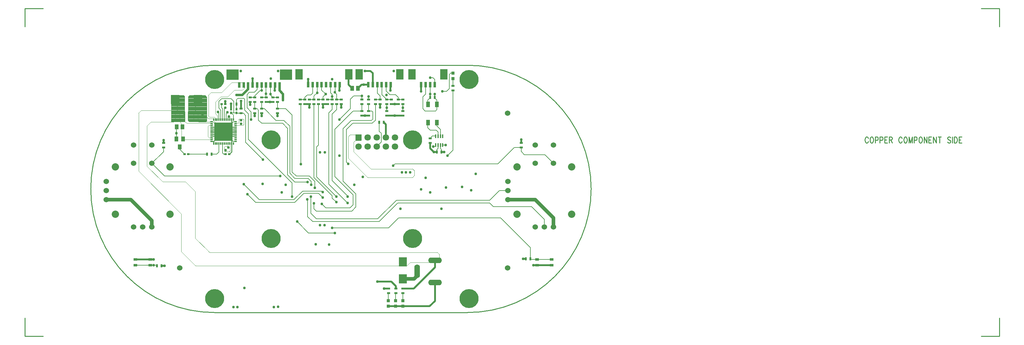
<source format=gbr>
*
*
G04 PADS 9.4.1 Build Number: 494907 generated Gerber (RS-274-X) file*
G04 PC Version=2.1*
*
%IN "JOG.pcb"*%
*
%MOIN*%
*
%FSLAX35Y35*%
*
*
*
*
G04 PC Standard Apertures*
*
*
G04 Thermal Relief Aperture macro.*
%AMTER*
1,1,$1,0,0*
1,0,$1-$2,0,0*
21,0,$3,$4,0,0,45*
21,0,$3,$4,0,0,135*
%
*
*
G04 Annular Aperture macro.*
%AMANN*
1,1,$1,0,0*
1,0,$2,0,0*
%
*
*
G04 Odd Aperture macro.*
%AMODD*
1,1,$1,0,0*
1,0,$1-0.005,0,0*
%
*
*
G04 PC Custom Aperture Macros*
*
*
*
*
*
*
G04 PC Aperture Table*
*
%ADD010C,0.001*%
%ADD011C,0.004*%
%ADD012C,0.01*%
%ADD022C,0.008*%
%ADD025R,0.035X0.024*%
%ADD026R,0.024X0.035*%
%ADD027R,0.094X0.102*%
%ADD028R,0.04331X0.05709*%
%ADD029R,0.03937X0.05512*%
%ADD030R,0.08583X0.09921*%
%ADD031R,0.032X0.032*%
%ADD032R,0.03937X0.05906*%
%ADD033C,0.06*%
%ADD034C,0.08*%
%ADD035R,0.02756X0.06299*%
%ADD036R,0.08268X0.11811*%
%ADD037R,0.13386X0.11811*%
%ADD038O,0.14961X0.06299*%
%ADD039O,0.06299X0.14961*%
%ADD040R,0.025X0.02*%
%ADD041R,0.02X0.025*%
%ADD042R,0.03937X0.0315*%
%ADD043R,0.07087X0.07087*%
%ADD044C,0.07087*%
%ADD045C,0.20866*%
%ADD046R,0.02756X0.01181*%
%ADD047R,0.01181X0.02756*%
%ADD048R,0.20079X0.20079*%
%ADD049R,0.01772X0.04134*%
%ADD050R,0.02X0.02*%
%ADD051C,0.02*%
%ADD052C,0.00827*%
%ADD053C,0.04*%
%ADD054C,0.025*%
%ADD055C,0.02953*%
*
*
*
*
G04 PC Circuitry*
G04 Layer Name JOG.pcb - circuitry*
%LPD*%
*
*
G04 PC Custom Flashes*
G04 Layer Name JOG.pcb - flashes*
%LPD*%
*
*
G04 PC Circuitry*
G04 Layer Name JOG.pcb - circuitry*
%LPD*%
*
G54D10*
G54D11*
G01X1644800Y1656483D02*
X1644450Y1656833D01*
Y1683417*
X1645708Y1684675*
X1662917*
X1664738Y1682855*
X1664738D02*
Y1656583D01*
X1664738D02*
X1663886Y1655731D01*
X1645583*
X1645098Y1656216*
X1644800*
Y1656483*
X1625700Y1684800D02*
X1639417D01*
X1640550Y1683667*
Y1655700*
X1625700*
Y1684800*
X1644450Y1682730D02*
X1664738D01*
X1644450Y1682370D02*
X1664738D01*
X1644450Y1682010D02*
X1664738D01*
X1644450Y1681650D02*
X1664738D01*
X1644450Y1681290D02*
X1664738D01*
X1644450Y1680930D02*
X1664738D01*
X1644450Y1680570D02*
X1664738D01*
X1644450Y1680210D02*
X1664738D01*
X1644450Y1679850D02*
X1664738D01*
X1644450Y1679490D02*
X1664738D01*
X1644450Y1679130D02*
X1664738D01*
X1644450Y1678770D02*
X1664738D01*
X1644450Y1678410D02*
X1664738D01*
X1644450Y1678050D02*
X1664738D01*
X1644450Y1677690D02*
X1664738D01*
X1644450Y1677330D02*
X1664738D01*
X1644450Y1676970D02*
X1664738D01*
X1644450Y1676610D02*
X1664738D01*
X1644450Y1676250D02*
X1664738D01*
X1644450Y1675890D02*
X1664738D01*
X1644450Y1675530D02*
X1664738D01*
X1644450Y1675170D02*
X1664738D01*
X1644450Y1674810D02*
X1664738D01*
X1644450Y1674450D02*
X1664738D01*
X1644450Y1674090D02*
X1664738D01*
X1644450Y1673730D02*
X1664738D01*
X1644450Y1673370D02*
X1664738D01*
X1644450Y1673010D02*
X1664738D01*
X1644450Y1672650D02*
X1664738D01*
X1644450Y1672290D02*
X1664738D01*
X1644450Y1671930D02*
X1664738D01*
X1644450Y1671570D02*
X1664738D01*
X1644450Y1671210D02*
X1664738D01*
X1644450Y1670850D02*
X1664738D01*
X1644450Y1670490D02*
X1664738D01*
X1644450Y1670130D02*
X1664738D01*
X1644450Y1669770D02*
X1664738D01*
X1644450Y1669410D02*
X1664738D01*
X1644450Y1669050D02*
X1664738D01*
X1644450Y1668690D02*
X1664738D01*
X1644450Y1668330D02*
X1664738D01*
X1644450Y1667970D02*
X1664738D01*
X1644450Y1667610D02*
X1664738D01*
X1644450Y1667250D02*
X1664738D01*
X1644450Y1666890D02*
X1664738D01*
X1644450Y1666530D02*
X1664738D01*
X1644450Y1666170D02*
X1664738D01*
X1644450Y1665810D02*
X1664738D01*
X1644450Y1665450D02*
X1664738D01*
X1644450Y1665090D02*
X1664738D01*
X1644450Y1664730D02*
X1664738D01*
X1644450Y1664370D02*
X1664738D01*
X1644450Y1664010D02*
X1664738D01*
X1644450Y1663650D02*
X1664738D01*
X1644450Y1663290D02*
X1664738D01*
X1644450Y1662930D02*
X1664738D01*
X1644450Y1662570D02*
X1664738D01*
X1644450Y1662210D02*
X1664738D01*
X1644450Y1661850D02*
X1664738D01*
X1644450Y1661490D02*
X1664738D01*
X1644450Y1661130D02*
X1664738D01*
X1644450Y1660770D02*
X1664738D01*
X1644450Y1660410D02*
X1664738D01*
X1644450Y1660050D02*
X1664738D01*
X1644450Y1659690D02*
X1664738D01*
X1644450Y1659330D02*
X1664738D01*
X1644450Y1658970D02*
X1664738D01*
X1644450Y1658610D02*
X1664738D01*
X1644450Y1658250D02*
X1664738D01*
X1644450Y1657890D02*
X1664738D01*
X1644450Y1657530D02*
X1664738D01*
X1644450Y1657170D02*
X1664738D01*
X1644473Y1656810D02*
X1664738D01*
X1644800Y1656450D02*
X1664605D01*
X1644450Y1683090D02*
X1664502D01*
X1645224Y1656090D02*
X1664245D01*
X1644483Y1683450D02*
X1664142D01*
X1644843Y1683810D02*
X1663782D01*
X1645203Y1684170D02*
X1663422D01*
X1645563Y1684530D02*
X1663062D01*
X1625700Y1683419D02*
X1640550D01*
X1625700Y1683059D02*
X1640550D01*
X1625700Y1682699D02*
X1640550D01*
X1625700Y1682339D02*
X1640550D01*
X1625700Y1681979D02*
X1640550D01*
X1625700Y1681619D02*
X1640550D01*
X1625700Y1681259D02*
X1640550D01*
X1625700Y1680899D02*
X1640550D01*
X1625700Y1680539D02*
X1640550D01*
X1625700Y1680179D02*
X1640550D01*
X1625700Y1679819D02*
X1640550D01*
X1625700Y1679459D02*
X1640550D01*
X1625700Y1679099D02*
X1640550D01*
X1625700Y1678739D02*
X1640550D01*
X1625700Y1678379D02*
X1640550D01*
X1625700Y1678019D02*
X1640550D01*
X1625700Y1677659D02*
X1640550D01*
X1625700Y1677299D02*
X1640550D01*
X1625700Y1676939D02*
X1640550D01*
X1625700Y1676579D02*
X1640550D01*
X1625700Y1676219D02*
X1640550D01*
X1625700Y1675859D02*
X1640550D01*
X1625700Y1675499D02*
X1640550D01*
X1625700Y1675139D02*
X1640550D01*
X1625700Y1674779D02*
X1640550D01*
X1625700Y1674419D02*
X1640550D01*
X1625700Y1674059D02*
X1640550D01*
X1625700Y1673699D02*
X1640550D01*
X1625700Y1673339D02*
X1640550D01*
X1625700Y1672979D02*
X1640550D01*
X1625700Y1672619D02*
X1640550D01*
X1625700Y1672259D02*
X1640550D01*
X1625700Y1671899D02*
X1640550D01*
X1625700Y1671539D02*
X1640550D01*
X1625700Y1671179D02*
X1640550D01*
X1625700Y1670819D02*
X1640550D01*
X1625700Y1670459D02*
X1640550D01*
X1625700Y1670099D02*
X1640550D01*
X1625700Y1669739D02*
X1640550D01*
X1625700Y1669379D02*
X1640550D01*
X1625700Y1669019D02*
X1640550D01*
X1625700Y1668659D02*
X1640550D01*
X1625700Y1668299D02*
X1640550D01*
X1625700Y1667939D02*
X1640550D01*
X1625700Y1667579D02*
X1640550D01*
X1625700Y1667219D02*
X1640550D01*
X1625700Y1666859D02*
X1640550D01*
X1625700Y1666499D02*
X1640550D01*
X1625700Y1666139D02*
X1640550D01*
X1625700Y1665779D02*
X1640550D01*
X1625700Y1665419D02*
X1640550D01*
X1625700Y1665059D02*
X1640550D01*
X1625700Y1664699D02*
X1640550D01*
X1625700Y1664339D02*
X1640550D01*
X1625700Y1663979D02*
X1640550D01*
X1625700Y1663619D02*
X1640550D01*
X1625700Y1663259D02*
X1640550D01*
X1625700Y1662899D02*
X1640550D01*
X1625700Y1662539D02*
X1640550D01*
X1625700Y1662179D02*
X1640550D01*
X1625700Y1661819D02*
X1640550D01*
X1625700Y1661459D02*
X1640550D01*
X1625700Y1661099D02*
X1640550D01*
X1625700Y1660739D02*
X1640550D01*
X1625700Y1660379D02*
X1640550D01*
X1625700Y1660019D02*
X1640550D01*
X1625700Y1659659D02*
X1640550D01*
X1625700Y1659299D02*
X1640550D01*
X1625700Y1658939D02*
X1640550D01*
X1625700Y1658579D02*
X1640550D01*
X1625700Y1658219D02*
X1640550D01*
X1625700Y1657859D02*
X1640550D01*
X1625700Y1657499D02*
X1640550D01*
X1625700Y1657139D02*
X1640550D01*
X1625700Y1656779D02*
X1640550D01*
X1625700Y1656419D02*
X1640550D01*
X1625700Y1656059D02*
X1640550D01*
X1625700Y1683779D02*
X1640438D01*
X1625700Y1684139D02*
X1640078D01*
X1625700Y1684499D02*
X1639718D01*
X1670800Y1651900D02*
Y1653813D01*
G75*
G03X1670600Y1654013I-200J-0D01*
G01X1668543*
X1668271Y1654045D02*
G03X1668543Y1654013I272J1152D01*
G01X1668271Y1654045D02*
G03X1668225Y1654050I-46J-195D01*
G01X1642667*
X1640800Y1655917*
Y1665600*
G03X1640600Y1665800I-200J0*
G01X1635400*
G03X1635200Y1665600I0J-200*
G01Y1655666*
G03X1635259Y1655524I200J-0*
G01X1637200Y1653583*
Y1636666*
G03X1637259Y1636524I200J-0*
G01X1637524Y1636259*
G03X1637666Y1636200I142J141*
G01X1670600*
G03X1670800Y1636400I0J200*
G01Y1637975*
G03X1670600Y1638175I-200J0*
G01X1667292*
X1666050Y1639417*
Y1650833*
X1666917Y1651700*
X1670600*
G03X1670800Y1651900I0J200*
G01X1650300Y1657416D02*
Y1665362D01*
G03X1650167Y1665550I-200J-0*
G01X1649476Y1666241*
G03X1649334Y1666300I-142J-141*
G01X1644275*
G03X1644075Y1666100I0J-200*
G01Y1657291*
G03X1644134Y1657149I200J-0*
G01X1645024Y1656259*
G03X1645166Y1656200I142J141*
G01X1649084*
G03X1649226Y1656259I0J200*
G01X1650241Y1657274*
G03X1650300Y1657416I-141J142*
G01X1705300Y1652666D02*
Y1657834D01*
G03X1705241Y1657976I-200J0*
G01X1704476Y1658741*
G03X1704334Y1658800I-142J-141*
G01X1700666*
G03X1700524Y1658741I-0J-200*
G01X1700009Y1658226*
G03X1699950Y1658084I141J-142*
G01Y1654917*
X1699208Y1654175*
X1698327*
G03X1698233Y1654152I0J-200*
G01X1697677Y1654013D02*
G03X1698233Y1654152I0J1184D01*
G01X1697677Y1654013D02*
X1695400D01*
G03X1695200Y1653813I0J-200*
G01Y1651900*
G03X1695400Y1651700I200J0*
G01X1704334*
G03X1704476Y1651759I0J200*
G01X1705241Y1652524*
G03X1705300Y1652666I-141J142*
G01X1690284Y1623650D02*
Y1629901D01*
G03X1690271Y1629972I-200J0*
G01X1690194Y1630394D02*
G03X1690271Y1629972I1184J-0D01*
G01X1690194Y1630394D02*
Y1632600D01*
G03X1689994Y1632800I-200J0*
G01X1688119*
G03X1687919Y1632600I-0J-200*
G01Y1629698*
X1687083Y1628862*
X1687083D02*
X1685103D01*
X1685103D02*
G03X1684962Y1628804I0J-200D01*
G01X1684134Y1627976*
G03X1684075Y1627834I141J-142*
G01Y1623541*
G03X1684134Y1623399I200J-0*
G01X1684524Y1623009*
G03X1684666Y1622950I142J141*
G01X1689584*
G03X1689726Y1623009I0J200*
G01X1690226Y1623509*
G03X1690284Y1623650I-142J141*
G01X1892613Y1596666D02*
Y1602147D01*
X1892613D02*
G03X1892554Y1602288I-200J-0D01*
G01X1890976Y1603866*
G03X1890834Y1603925I-142J-141*
G01X1845042*
X1826050Y1622917*
Y1633333*
X1827917Y1635200*
X1834100*
G03X1834300Y1635400I0J200*
G01Y1641389*
G03X1834100Y1641589I-200J0*
G01X1822377*
G03X1822235Y1641530I-0J-200*
G01X1820180Y1639476*
G03X1820122Y1639334I142J-142*
G01Y1616088*
G03X1820180Y1615946I200J-0*
G01X1841524Y1594602*
G03X1841666Y1594544I142J142*
G01X1890491*
G03X1890632Y1594602I-0J200*
G01X1892554Y1596524*
G03X1892613Y1596666I-141J142*
G01X1919982Y1501899D02*
Y1510017D01*
G03X1919924Y1510158I-200J-0*
G01X1917976Y1512106*
G03X1917834Y1512165I-142J-141*
G01X1667782*
X1666223Y1513723*
X1652029Y1527917*
Y1579064*
G03X1651971Y1579205I-200J-0*
G01X1641476Y1589700*
G03X1641334Y1589759I-142J-141*
G01X1616376*
X1599218Y1606917*
Y1651165*
X1603417Y1655364*
X1628170*
G03X1628312Y1655423I0J200*
G01X1629913Y1657024*
G03X1629972Y1657166I-141J142*
G01Y1667506*
G03X1629913Y1667648I-200J0*
G01X1629476Y1668085*
G03X1629334Y1668144I-142J-141*
G01X1592822*
G03X1592681Y1668085I-0J-200*
G01X1590071Y1665476*
G03X1590012Y1665334I141J-142*
G01X1590012D02*
Y1601478D01*
X1590012D02*
G03X1590071Y1601337I200J0D01*
G01X1636825Y1554583*
Y1513291*
G03X1636884Y1513149I200J-0*
G01X1652524Y1497509*
G03X1652666Y1497450I142J141*
G01X1884084*
G03X1884226Y1497509I0J200*
G01X1887917Y1501200*
X1919600*
G03X1919800Y1501400I0J200*
G01Y1501700*
G03X1919982Y1501899I-18J199*
G01X1674226Y1654509D02*
G03Y1654791I-142J141D01*
G01X1673440Y1655578*
G03X1673351Y1655629I-142J-142*
G01X1672477Y1656772D02*
G03X1673351Y1655629I1184J-0D01*
G01X1672477Y1656772D02*
Y1658850D01*
G03X1672277Y1659050I-200J0*
G01X1666667*
X1664800Y1660917*
Y1664834*
G03X1664741Y1664976I-200J0*
G01X1663976Y1665741*
G03X1663834Y1665800I-142J-141*
G01X1655150*
G03X1654950Y1665600I0J-200*
G01Y1656416*
G03X1655009Y1656274I200J-0*
G01X1655724Y1655559*
G03X1655866Y1655500I142J141*
G01X1668043*
G03X1668116Y1655514I0J200*
G01X1668543Y1655593D02*
G03X1668116Y1655514I0J-1184D01*
G01X1668543Y1655593D02*
X1671299D01*
X1672458Y1654652D02*
G03X1671299Y1655593I-1159J-243D01*
G01X1672458Y1654652D02*
G03X1672510Y1654554I196J41D01*
G01X1673036Y1654011*
G03X1673179Y1653950I143J139*
G01X1673584*
G03X1673726Y1654009I0J200*
G01X1674226Y1654509*
X1706300Y1693166D02*
Y1698631D01*
G03X1706100Y1698831I-200J0*
G01X1692134*
G03X1691993Y1698773I0J-200*
G01X1681083Y1687863*
X1681083D02*
X1669603D01*
X1669603D02*
G03X1669462Y1687804I0J-200D01*
G01X1666634Y1684976*
G03X1666575Y1684834I141J-142*
G01Y1662041*
G03X1666634Y1661899I200J-0*
G01X1667524Y1661009*
G03X1667666Y1660950I142J141*
G01X1673333*
X1674200Y1660083*
Y1657400*
G03X1674400Y1657200I200J0*
G01X1676131*
G03X1676331Y1657400I0J200*
G01Y1662366*
G03X1676273Y1662507I-200J-0*
G01X1674362Y1664417*
X1674362D02*
Y1666139D01*
X1674362D02*
G03X1674361Y1666164I-200J-0D01*
G01Y1666836D02*
G03Y1666164I2639J-336D01*
G01Y1666836D02*
G03X1674362Y1666861I-199J25D01*
G01X1674362D02*
Y1677520D01*
X1674362D02*
X1679917Y1683075D01*
X1687459*
G03X1687601Y1683134I0J200*
G01X1694917Y1690450*
X1703584*
G03X1703726Y1690509I0J200*
G01X1706241Y1693024*
G03X1706300Y1693166I-141J142*
G54D12*
G01X2390909Y1637500D02*
X2390682Y1638125D01*
X2390227Y1638750*
X2389773Y1639063*
X2389773D02*
X2388864D01*
X2388864D02*
X2388409Y1638750D01*
X2387955Y1638125*
X2387727Y1637500*
X2387500Y1636563*
X2387500D02*
Y1635000D01*
X2387727Y1634063*
X2387727D02*
X2387955Y1633438D01*
X2387955D02*
X2388409Y1632813D01*
X2388409D02*
X2388864Y1632500D01*
X2389773*
X2390227Y1632813*
X2390227D02*
X2390682Y1633438D01*
X2390682D02*
X2390909Y1634063D01*
X2394318Y1639063D02*
X2393864Y1638750D01*
X2393409Y1638125*
X2393182Y1637500*
X2392955Y1636563*
X2392955D02*
Y1635000D01*
X2393182Y1634063*
X2393182D02*
X2393409Y1633438D01*
X2393409D02*
X2393864Y1632813D01*
X2393864D02*
X2394318Y1632500D01*
X2395227*
X2395682Y1632813*
X2395682D02*
X2396136Y1633438D01*
X2396136D02*
X2396364Y1634063D01*
X2396364D02*
X2396591Y1635000D01*
Y1636563*
X2396591D02*
X2396364Y1637500D01*
X2396136Y1638125*
X2395682Y1638750*
X2395227Y1639063*
X2395227D02*
X2394318D01*
X2398636D02*
Y1632500D01*
Y1639063D02*
X2400682D01*
X2400682D02*
X2401364Y1638750D01*
X2401591Y1638438*
X2401591D02*
X2401818Y1637813D01*
X2401818D02*
Y1636875D01*
X2401591Y1636250*
X2401364Y1635938*
X2401364D02*
X2400682Y1635625D01*
X2398636*
X2403864Y1639063D02*
Y1632500D01*
Y1639063D02*
X2405909D01*
X2405909D02*
X2406591Y1638750D01*
X2406818Y1638438*
X2406818D02*
X2407045Y1637813D01*
X2407045D02*
Y1636875D01*
X2406818Y1636250*
X2406591Y1635938*
X2406591D02*
X2405909Y1635625D01*
X2403864*
X2409091Y1639063D02*
Y1632500D01*
Y1639063D02*
X2412045D01*
X2409091Y1635938D02*
X2410909D01*
X2409091Y1632500D02*
X2412045D01*
X2414091Y1639063D02*
Y1632500D01*
Y1639063D02*
X2416136D01*
X2416136D02*
X2416818Y1638750D01*
X2417045Y1638438*
X2417045D02*
X2417273Y1637813D01*
X2417273D02*
Y1637188D01*
X2417273D02*
X2417045Y1636563D01*
X2417045D02*
X2416818Y1636250D01*
X2416136Y1635938*
X2416136D02*
X2414091D01*
X2415682D02*
X2417273Y1632500D01*
X2427955Y1637500D02*
X2427727Y1638125D01*
X2427273Y1638750*
X2426818Y1639063*
X2426818D02*
X2425909D01*
X2425909D02*
X2425455Y1638750D01*
X2425000Y1638125*
X2424773Y1637500*
X2424545Y1636563*
X2424545D02*
Y1635000D01*
X2424773Y1634063*
X2424773D02*
X2425000Y1633438D01*
X2425000D02*
X2425455Y1632813D01*
X2425455D02*
X2425909Y1632500D01*
X2426818*
X2427273Y1632813*
X2427273D02*
X2427727Y1633438D01*
X2427727D02*
X2427955Y1634063D01*
X2431364Y1639063D02*
X2430909Y1638750D01*
X2430455Y1638125*
X2430227Y1637500*
X2430000Y1636563*
X2430000D02*
Y1635000D01*
X2430227Y1634063*
X2430227D02*
X2430455Y1633438D01*
X2430455D02*
X2430909Y1632813D01*
X2430909D02*
X2431364Y1632500D01*
X2432273*
X2432727Y1632813*
X2432727D02*
X2433182Y1633438D01*
X2433182D02*
X2433409Y1634063D01*
X2433409D02*
X2433636Y1635000D01*
Y1636563*
X2433636D02*
X2433409Y1637500D01*
X2433182Y1638125*
X2432727Y1638750*
X2432273Y1639063*
X2432273D02*
X2431364D01*
X2435682D02*
Y1632500D01*
Y1639063D02*
X2437500Y1632500D01*
X2439318Y1639063D02*
X2437500Y1632500D01*
X2439318Y1639063D02*
Y1632500D01*
X2441364Y1639063D02*
Y1632500D01*
Y1639063D02*
X2443409D01*
X2443409D02*
X2444091Y1638750D01*
X2444318Y1638438*
X2444318D02*
X2444545Y1637813D01*
X2444545D02*
Y1636875D01*
X2444318Y1636250*
X2444091Y1635938*
X2444091D02*
X2443409Y1635625D01*
X2441364*
X2447955Y1639063D02*
X2447500Y1638750D01*
X2447045Y1638125*
X2446818Y1637500*
X2446591Y1636563*
X2446591D02*
Y1635000D01*
X2446818Y1634063*
X2446818D02*
X2447045Y1633438D01*
X2447045D02*
X2447500Y1632813D01*
X2447500D02*
X2447955Y1632500D01*
X2448864*
X2449318Y1632813*
X2449318D02*
X2449773Y1633438D01*
X2449773D02*
X2450000Y1634063D01*
X2450000D02*
X2450227Y1635000D01*
Y1636563*
X2450227D02*
X2450000Y1637500D01*
X2449773Y1638125*
X2449318Y1638750*
X2448864Y1639063*
X2448864D02*
X2447955D01*
X2452273D02*
Y1632500D01*
Y1639063D02*
X2455455Y1632500D01*
Y1639063D02*
Y1632500D01*
X2457500Y1639063D02*
Y1632500D01*
Y1639063D02*
X2460455D01*
X2457500Y1635938D02*
X2459318D01*
X2457500Y1632500D02*
X2460455D01*
X2462500Y1639063D02*
Y1632500D01*
Y1639063D02*
X2465682Y1632500D01*
Y1639063D02*
Y1632500D01*
X2469318Y1639063D02*
Y1632500D01*
X2467727Y1639063D02*
X2470909D01*
X2481364Y1638125D02*
X2480909Y1638750D01*
X2480227Y1639063*
X2480227D02*
X2479318D01*
X2479318D02*
X2478636Y1638750D01*
X2478182Y1638125*
Y1637500*
X2478409Y1636875*
X2478636Y1636563*
X2478636D02*
X2479091Y1636250D01*
X2480455Y1635625*
X2480909Y1635313*
X2480909D02*
X2481136Y1635000D01*
X2481364Y1634375*
Y1633438*
X2481364D02*
X2480909Y1632813D01*
X2480909D02*
X2480227Y1632500D01*
X2479318*
X2478636Y1632813*
X2478636D02*
X2478182Y1633438D01*
X2483409Y1639063D02*
Y1632500D01*
X2485455Y1639063D02*
Y1632500D01*
Y1639063D02*
X2487045D01*
X2487045D02*
X2487727Y1638750D01*
X2488182Y1638125*
X2488409Y1637500*
X2488636Y1636563*
X2488636D02*
Y1635000D01*
X2488409Y1634063*
X2488409D02*
X2488182Y1633438D01*
X2488182D02*
X2487727Y1632813D01*
X2487727D02*
X2487045Y1632500D01*
X2485455*
X2490682Y1639063D02*
Y1632500D01*
Y1639063D02*
X2493636D01*
X2490682Y1635938D02*
X2492500D01*
X2490682Y1632500D02*
X2493636D01*
X1672283Y1634134D02*
X1674800Y1636650D01*
Y1640039*
X1691969Y1631772D02*
Y1636000D01*
X1672283Y1631772D02*
Y1634134D01*
X1669921*
X1689469Y1620000D02*
X1691969Y1622500D01*
Y1631772*
X1696299Y1640039D02*
X1691969D01*
Y1636000*
X1696299Y1649882D02*
X1691969D01*
Y1653787*
X1683110Y1649882D02*
X1691969D01*
Y1640039D02*
X1683110D01*
Y1640500*
X1674800Y1640039D02*
X1683110D01*
Y1643976D02*
Y1642008D01*
X1696299*
X1683110Y1644961D02*
Y1643976D01*
X1696299*
X1683110Y1640500D02*
Y1642008D01*
Y1645945D02*
X1696299D01*
X1683110Y1649882D02*
X1674171D01*
Y1653900*
X1683110Y1649500D02*
Y1649882D01*
Y1645945D02*
Y1647913D01*
Y1649500*
Y1647913D02*
X1696299D01*
X1683110Y1644961D02*
Y1645945D01*
X1669921Y1640039D02*
X1674800D01*
X1669921Y1642008D02*
X1683110D01*
X1669921Y1643976D02*
X1683110D01*
X1669921Y1645945D02*
X1683110D01*
X1669921Y1647913D02*
X1683110D01*
X1669921Y1649882D02*
X1674171D01*
X1691969Y1658150D02*
Y1653787D01*
X1673001Y1446142D02*
X1950955D01*
G03Y1717795I0J135827*
G01X1673001*
X1672971D02*
G03Y1446142I237J-135826D01*
G01X1465000Y1440000D02*
Y1420000D01*
X1485000*
Y1780000D02*
X1465000D01*
Y1760000*
X2535000D02*
Y1780000D01*
X2515000*
Y1420000D02*
X2535000D01*
Y1440000*
G54D22*
X1691969Y1636000D02*
X1693835Y1634134D01*
X1696299*
X1691969Y1653787D02*
X1693969Y1655787D01*
X1696299*
G54D25*
X1742500Y1665020D03*
Y1669980D03*
X1702500Y1665020D03*
Y1669980D03*
X1725000Y1665020D03*
Y1669980D03*
X1717500Y1665020D03*
Y1669980D03*
X1880000Y1662520D03*
Y1667480D03*
X1862500Y1662520D03*
Y1667480D03*
X1797500Y1675020D03*
Y1679980D03*
X1807500Y1675020D03*
Y1679980D03*
X1772500Y1675020D03*
Y1679980D03*
X1712500Y1677520D03*
Y1682480D03*
X1717500D03*
Y1677520D03*
X1767500Y1675020D03*
Y1679980D03*
X1792500Y1675020D03*
Y1679980D03*
X1787500Y1675020D03*
Y1679980D03*
X1875000Y1675020D03*
Y1679980D03*
X1880000D03*
Y1675020D03*
X1737500Y1677520D03*
Y1682480D03*
X1867500Y1675020D03*
Y1679980D03*
X1862500D03*
Y1675020D03*
X1855000D03*
Y1679980D03*
X1835000D03*
Y1675020D03*
X1850000Y1679980D03*
Y1675020D03*
X1842500Y1679980D03*
Y1675020D03*
X1835000Y1667480D03*
Y1662520D03*
X1802500Y1675020D03*
Y1679980D03*
X1842500Y1667480D03*
Y1662520D03*
X1910000Y1632520D03*
Y1637480D03*
X1742500Y1682480D03*
Y1677520D03*
X1617500Y1632480D03*
Y1627520D03*
X2010000Y1632480D03*
Y1627520D03*
X1880000Y1472480D03*
Y1467520D03*
X1872500Y1472480D03*
Y1467520D03*
X1864500Y1472480D03*
Y1467520D03*
X1935000Y1690020D03*
Y1694980D03*
X1777500Y1675020D03*
Y1679980D03*
X1782500Y1675020D03*
Y1679980D03*
X1730000Y1677520D03*
Y1682480D03*
X1725000D03*
Y1677520D03*
X1812500Y1675020D03*
Y1679980D03*
G54D26*
X1917520Y1622500D03*
X1922480D03*
X1640020Y1665000D03*
X1644980D03*
X1665020Y1620000D03*
X1669980D03*
X1697520Y1675000D03*
X1702480D03*
X1910020Y1682500D03*
X1914980D03*
X1614980Y1497500D03*
X1610020D03*
X2015020Y1505000D03*
X2019980D03*
X1854020Y1655000D03*
X1858980D03*
G54D27*
X1630000Y1680000D03*
X1655000D03*
G54D28*
X1638150Y1650000D03*
X1631850D03*
X1830650Y1692500D03*
X1824350D03*
G54D29*
X1638740Y1636831D03*
X1631260D03*
X1635000Y1628169D03*
G54D30*
X1880000Y1501711D03*
Y1483289D03*
G54D31*
X1879961Y1452984D03*
Y1458984D03*
X1872087Y1452984D03*
Y1458984D03*
X1864213Y1452984D03*
Y1458984D03*
X1935079Y1708984D03*
Y1702984D03*
G54D32*
X1917421Y1654961D03*
X1907579D03*
Y1674646D03*
X1917421D03*
G54D33*
X1554528Y1590000D03*
Y1580000D03*
Y1570000D03*
X1584528Y1540000D03*
X1594528D03*
X1604528D03*
X1584528Y1610000D03*
X1604528D03*
Y1630000D03*
X1584528D03*
X1995472Y1590000D03*
Y1580000D03*
Y1570000D03*
X2025472Y1540000D03*
X2035472D03*
X2045472D03*
X2025472Y1610000D03*
X2045472D03*
Y1630000D03*
X2025472D03*
X1995000Y1665000D03*
X1635000Y1495000D03*
X1995000D03*
G54D34*
X1564528Y1606000D03*
X1624528D03*
Y1554000D03*
X1564528D03*
X2005472Y1606000D03*
X2065472D03*
Y1554000D03*
X2005472D03*
G54D35*
X1810571Y1696535D03*
X1805650D03*
X1800728D03*
X1795807D03*
X1790886D03*
X1785965D03*
X1781043D03*
X1776122D03*
X1744626Y1696142D03*
X1739705D03*
X1734783D03*
X1729862D03*
X1724941D03*
X1720020D03*
X1715098D03*
X1710177D03*
X1705256D03*
X1700335D03*
X1866673Y1696535D03*
X1861752D03*
X1856831D03*
X1851909D03*
X1846988D03*
X1842067D03*
X1914902D03*
X1909980D03*
X1905059D03*
X1900138D03*
G54D36*
X1820610Y1707953D03*
X1766083D03*
X1876713D03*
X1832028D03*
X1924941D03*
X1890098D03*
G54D37*
X1751811Y1707559D03*
X1693150D03*
G54D38*
X1915394Y1503622D03*
Y1479213D03*
G54D39*
X1895709Y1491417D03*
G54D40*
X1640531Y1620000D03*
X1644469D03*
X1685531D03*
X1689469D03*
X1681031Y1675000D03*
X1684969D03*
G54D41*
X1691500Y1669469D03*
Y1665531D03*
X1697500Y1669469D03*
Y1665531D03*
G54D42*
X1586457Y1498110D03*
Y1504409D03*
X1602598Y1498110D03*
Y1504409D03*
X2043543D03*
Y1498110D03*
X2027402Y1504409D03*
Y1498110D03*
G54D43*
X1831339Y1638465D03*
G54D44*
Y1628465D03*
X1841339Y1638465D03*
Y1628465D03*
X1851339Y1638465D03*
Y1628465D03*
X1861339Y1638465D03*
Y1628465D03*
X1871339Y1638465D03*
Y1628465D03*
G54D45*
X1735276Y1527638D03*
Y1635906D03*
X1890787D03*
Y1527638D03*
X1673268Y1702047D03*
Y1461496D03*
X1952795Y1702047D03*
Y1461496D03*
G54D46*
X1696299Y1634134D03*
Y1636102D03*
Y1638071D03*
Y1640039D03*
Y1642008D03*
Y1643976D03*
Y1645945D03*
Y1647913D03*
Y1649882D03*
Y1651850D03*
Y1653819D03*
Y1655787D03*
X1669921D03*
Y1653819D03*
Y1651850D03*
Y1649882D03*
Y1647913D03*
Y1645945D03*
Y1643976D03*
Y1642008D03*
Y1640039D03*
Y1638071D03*
Y1636102D03*
Y1634134D03*
G54D47*
X1693937Y1658150D03*
X1691969D03*
X1690000D03*
X1688031D03*
X1686063D03*
X1684094D03*
X1682126D03*
X1680157D03*
X1678189D03*
X1676220D03*
X1674252D03*
X1672283D03*
Y1631772D03*
X1674252D03*
X1676220D03*
X1678189D03*
X1680157D03*
X1682126D03*
X1684094D03*
X1686063D03*
X1688031D03*
X1690000D03*
X1691969D03*
X1693937D03*
G54D48*
X1683110Y1644961D03*
G54D49*
X1916161Y1630177D03*
X1918720D03*
X1921280D03*
X1923839D03*
Y1639823D03*
X1921280D03*
X1918720D03*
X1916161D03*
G54D50*
X1629500Y1665000D03*
X1632500D03*
X1635500D03*
X1655500D03*
X1652500D03*
X1649500D03*
G54D51*
X1859500Y1472500D02*
X1864480D01*
X1864500Y1472480*
X1864213Y1452984D02*
X1872087D01*
X1880000Y1472480D02*
X1892000D01*
X1915394Y1495874*
Y1503622*
X1872087Y1452984D02*
X1879961D01*
X1909500*
X1915394Y1458878*
Y1479213*
X1602598Y1504409D02*
X1602689Y1504500D01*
X1606500*
X1586457Y1504409D02*
X1602598D01*
X1614980Y1497500D02*
X1618500D01*
X1852150Y1480020D02*
X1867480D01*
X1872500Y1475000*
Y1472480*
X2012000Y1505000D02*
X2015020D01*
X2023500Y1498000D02*
X2023610Y1498110D01*
X2027402*
X2043543*
X1617500Y1635500D02*
Y1632480D01*
X1914000Y1622500D02*
X1917520D01*
X1910000Y1632520D02*
Y1626500D01*
X1914000Y1622500*
X1922480D02*
X1925500D01*
X2010000Y1632480D02*
Y1636000D01*
X1702500Y1670000D02*
Y1669980D01*
X1691500Y1675500D02*
Y1669469D01*
X1684969Y1675000D02*
Y1677969D01*
X1685000Y1678000*
X1702480Y1675000D02*
Y1678480D01*
X1702500Y1678500*
X1702480Y1675000D02*
X1702500D01*
Y1670000*
Y1669980D02*
X1702520Y1670000D01*
X1742500Y1662000D02*
Y1665020D01*
X1717500Y1662000D02*
Y1665020D01*
X1725000Y1662000D02*
Y1665020D01*
X1712500Y1674500D02*
Y1677520D01*
X1777500Y1671500D02*
Y1675020D01*
X1772500*
X1812500Y1671500D02*
Y1675020D01*
X1792500Y1671500D02*
Y1675020D01*
X1797500*
X1831303Y1638500D02*
X1831339Y1638465D01*
X1838500Y1662520D02*
X1842500D01*
X1855000Y1671500D02*
Y1675020D01*
X1858980Y1655000D02*
X1861339Y1652642D01*
Y1638465*
X1835000Y1662520D02*
X1838500D01*
X1862500D02*
X1871000D01*
X1880000*
X1875000Y1675020D02*
X1871000D01*
X1867500*
X1693000Y1711500D02*
X1693150Y1711350D01*
Y1707559*
X1715000Y1703000D02*
X1715098D01*
Y1696142*
X1734000Y1677500D02*
X1737500D01*
Y1677520*
X1739500Y1690000D02*
Y1695937D01*
X1739705Y1696142*
X1730000Y1677520D02*
Y1677500D01*
X1734000*
X1776000Y1702500D02*
X1776122Y1702378D01*
Y1696535*
X1751811Y1707559D02*
Y1710811D01*
X1752500Y1711500*
X1766083Y1707953D02*
Y1710583D01*
X1767000Y1711500*
X1820500Y1707843D02*
Y1696350D01*
X1824350Y1692500*
X1820500Y1707843D02*
X1820610Y1707953D01*
X1819000Y1711500D02*
X1820610D01*
Y1707953*
X1810500Y1690000D02*
Y1696465D01*
X1810571Y1696535*
X1837000Y1696500D02*
X1842031D01*
X1842067Y1696535*
X1838500Y1711500D02*
X1844488D01*
X1846988Y1709000*
Y1696535*
X1830500Y1711500D02*
X1832028D01*
Y1707953*
X1830650Y1692500D02*
X1834650Y1696500D01*
X1837000*
X1900000Y1689000D02*
Y1696398D01*
X1900138Y1696535*
X1866500Y1690000D02*
Y1696362D01*
X1866673Y1696535*
X1890098Y1707953D02*
Y1711500D01*
X1891500*
X1876713Y1707953D02*
Y1711500D01*
X1878500*
X1924941Y1707953D02*
Y1711500D01*
X1927000*
G54D52*
X1864213Y1458984D02*
Y1467232D01*
X1864500Y1467520*
X1872087Y1458984D02*
Y1467106D01*
X1872500Y1467520*
X1879961Y1458984D02*
Y1467480D01*
X1880000Y1467520*
X1606500Y1498110D02*
X1609409D01*
X1610020Y1497500*
X1606500Y1498110D02*
X1602598D01*
X1586457*
X2019980Y1505000D02*
X2020500Y1504480D01*
Y1504409*
X2027402*
X2043543*
X1764000Y1546000D02*
X1776500Y1533500D01*
X1805500*
X1802500Y1539000D02*
X1864500D01*
X1875500Y1550000*
X1987480*
X2019980Y1517500*
Y1505000*
X1709500Y1576000D02*
X1718500Y1567000D01*
X1761500*
X1771500Y1577000*
X1787500*
X1792000Y1572500*
X1705500Y1587000D02*
X1722500Y1570000D01*
X1760500*
X1770000Y1579500*
X1791000*
X1792000Y1578500*
X1783500Y1583000D02*
Y1590000D01*
X1775000Y1570500D02*
X1775500Y1570000D01*
Y1551500*
X1781000Y1546000*
X1854000*
X1874500Y1566500*
X1975500*
X1779000Y1573500D02*
Y1555000D01*
X1785000Y1549000*
X1852500*
X1873000Y1569500*
X1975500*
X1986000Y1580000*
X1782500Y1566000D02*
Y1560000D01*
X1785000Y1557500*
X1824000*
X1828500Y1562000*
Y1576500*
X1791000Y1565500D02*
X1795500Y1561000D01*
X1822000*
X1825500Y1564500*
Y1575500*
X1975500Y1566500D02*
X1979500Y1562500D01*
X2021500*
X2035472Y1548528*
Y1540000*
X1986000Y1580000D02*
X1995472D01*
X1604528Y1610000D02*
X1617500Y1622972D01*
Y1627520*
X1604528Y1610000D02*
X1618528Y1596000D01*
X1745500*
X1644469Y1620000D02*
X1665020D01*
X1635000Y1628169D02*
Y1625531D01*
X1640531Y1620000*
X1682126Y1631772D02*
Y1621500D01*
X1683500Y1620126*
X1685531*
Y1620000*
X1669980D02*
X1675689D01*
X1678189Y1622500*
Y1631772*
X1707500Y1633000D02*
X1726500Y1614000D01*
X1802250Y1617750D02*
Y1591250D01*
X1819500Y1574000*
Y1573500*
X1802250Y1617750D02*
Y1664000D01*
X1807500Y1669250*
Y1671500*
X1785500Y1628000D02*
Y1595000D01*
X1807000Y1573500*
X1785500Y1628000D02*
X1787500Y1630000D01*
Y1671500*
X1818000Y1611500D02*
Y1647000D01*
X1825000Y1654000*
X1846500*
X1850000Y1657500*
Y1675020*
X1818000Y1611500D02*
X1820000Y1609500D01*
X1851339Y1628465D02*
X1856300Y1633426D01*
Y1643000*
X1871500Y1609500D02*
X1984500D01*
X2002500Y1627500*
X2009980*
X2010000Y1627520*
X1869500Y1607500D02*
X1871500Y1609500D01*
X1917500Y1625280D02*
Y1622520D01*
X1917520Y1622500*
X1917500Y1625280D02*
X1918720Y1626500D01*
Y1630177*
X1929000Y1618500D02*
X1929000D01*
X1935000Y1624500*
Y1690020*
X1913500Y1628500D02*
X1916161D01*
Y1630177*
X1923839D02*
X1926823D01*
X1927000Y1630000*
X1921280Y1630177D02*
Y1626500D01*
X1922500Y1625280*
X1922480Y1622500D02*
X1922500Y1622520D01*
Y1625280*
X2010000Y1627520D02*
Y1623000D01*
X2013500Y1619500*
X2035972*
X2045472Y1610000*
X1631260Y1643000D02*
Y1649409D01*
X1631850Y1650000*
X1631260Y1643000D02*
Y1636831D01*
X1652500Y1665000D02*
Y1680000D01*
X1655000*
X1681000Y1674969D02*
Y1671126D01*
X1682126Y1670000*
Y1658150*
X1681000Y1674969D02*
X1681031Y1675000D01*
X1694500Y1665531D02*
X1697500D01*
X1677000Y1666500D02*
X1678189Y1665311D01*
Y1658150*
X1689000Y1661500D02*
X1690000D01*
Y1658150*
X1684094D02*
Y1670000D01*
X1685000Y1671000*
X1686063Y1658150D02*
Y1664563D01*
X1687500Y1666000*
X1688031Y1658150D02*
Y1661500D01*
X1689000*
X1697520Y1675000D02*
Y1680020D01*
X1699000Y1681500*
X1705500*
X1706500Y1680500*
Y1668500*
X1710500Y1664500*
X1697500Y1665531D02*
X1698012Y1665020D01*
X1702500*
X1697500Y1669469D02*
Y1674980D01*
X1697520Y1675000*
X1694500Y1665531D02*
X1691500D01*
X1693937Y1663094*
Y1658150*
X1702500Y1665020D02*
X1705000D01*
X1707500Y1662520*
Y1633000*
X1710500Y1664500D02*
Y1636500D01*
X1758500Y1588500*
Y1573500*
X1724980Y1654000D02*
X1748000D01*
X1753500Y1648500*
Y1597500*
X1761500Y1589500*
X1775500*
X1709000Y1685500D02*
Y1671000D01*
X1713500Y1666500*
Y1658000*
X1717500Y1677520D02*
Y1669980D01*
X1720000*
X1721480Y1668500*
Y1657500*
X1724980Y1654000*
X1725000Y1669980D02*
X1728000D01*
X1740740Y1657240*
X1749500*
X1756000Y1650740*
Y1599000*
X1761500Y1593500*
X1776000*
X1779500Y1590000*
Y1586500*
X1742500Y1669980D02*
X1742520Y1670000D01*
X1751500*
X1758500Y1663000*
Y1600500*
X1763000Y1596000*
X1777500*
X1783500Y1590000*
X1782500Y1671500D02*
Y1594500D01*
X1802500Y1574500*
Y1571902*
X1807000Y1567402*
X1782500Y1671500D02*
Y1675020D01*
X1767500D02*
X1768000D01*
Y1609000*
X1807500Y1671500D02*
Y1675020D01*
X1787500Y1671500D02*
Y1675020D01*
X1798750Y1665500D02*
Y1587250D01*
X1819500Y1566500*
X1798750Y1665500D02*
X1802500Y1669250D01*
Y1675020*
X1814500Y1648000D02*
Y1590500D01*
X1828500Y1576500*
X1814500Y1648000D02*
X1823500Y1657000D01*
X1845500*
X1847000Y1658500*
Y1666480*
X1805500Y1647500D02*
Y1595500D01*
X1825500Y1575500*
X1805500Y1647500D02*
X1825500Y1667500D01*
X1834980*
X1835000Y1667480*
X1810500Y1658000D02*
X1822500Y1670000D01*
Y1680500*
X1826000Y1684000*
X1835000*
X1862500Y1671000D02*
Y1675020D01*
X1854020Y1655000D02*
X1854100Y1654920D01*
Y1645200*
X1856300Y1643000*
X1842500Y1675020D02*
Y1667480D01*
X1846000*
X1847000Y1666480*
X1835000Y1667480D02*
Y1675020D01*
X1862500Y1667480D02*
Y1671000D01*
X1880000Y1675020D02*
Y1671000D01*
Y1667480*
X1907500Y1654882D02*
Y1649000D01*
X1910000Y1646500*
X1916720*
X1918720Y1644500*
Y1639823*
X1907500Y1654882D02*
X1907579Y1654961D01*
X1917280Y1654819D02*
Y1651000D01*
X1921280Y1647000*
Y1639823*
X1917280Y1654819D02*
X1917421Y1654961D01*
X1910000Y1637480D02*
X1912520Y1640000D01*
X1915984*
X1916161Y1639823*
X1917421Y1674646D02*
X1917500Y1674567D01*
Y1669059*
X1917421Y1674646D02*
X1917500Y1674724D01*
Y1679480*
X1630000Y1680000D02*
X1632500D01*
Y1665000*
X1678000Y1678000D02*
Y1670657D01*
X1680157Y1668500*
Y1658150*
X1678000Y1678000D02*
X1681000Y1681000D01*
X1691500*
X1694500Y1678000*
Y1665531*
X1709000Y1685500D02*
X1711500Y1688000D01*
X1717020*
X1720020Y1691000*
Y1696142*
X1729862Y1686500D02*
Y1682618D01*
X1730000Y1682480*
X1734783Y1696142D02*
Y1686000D01*
Y1685197*
X1737500Y1682480*
X1724941Y1690000D02*
Y1696142D01*
X1725000Y1677520D02*
Y1669980D01*
Y1682480D02*
X1730000D01*
X1742500Y1677520D02*
Y1669980D01*
X1737500Y1682480D02*
X1742500D01*
X1717500D02*
Y1684059D01*
X1723441Y1690000*
X1724941*
X1712500Y1682480D02*
X1717500D01*
X1729862Y1696142D02*
Y1686500D01*
X1782500Y1679980D02*
Y1684035D01*
X1785965Y1687500*
X1777500Y1679980D02*
X1782500D01*
X1767500D02*
X1772500D01*
Y1682500*
X1775000Y1685000*
X1779043*
X1781043Y1687000*
Y1696535*
X1805650D02*
Y1688000D01*
Y1687500*
X1807500Y1685650*
Y1679980*
X1805500Y1688000D02*
X1805650D01*
X1785965Y1687500D02*
Y1696535D01*
X1802500Y1683500D02*
Y1679980D01*
X1787500D02*
X1792500D01*
Y1683000*
X1795500Y1686000*
X1807500Y1679980D02*
X1812500D01*
X1797500D02*
X1802500D01*
X1790886Y1696535D02*
Y1690614D01*
X1795500Y1686000*
X1795500*
X1800728Y1696535D02*
Y1687500D01*
X1802500Y1685728*
Y1683500*
X1857000Y1690500D02*
Y1685480D01*
X1862500Y1679980*
X1842500Y1683500D02*
Y1679980D01*
X1850000D02*
X1855000D01*
X1835000D02*
Y1684000D01*
X1862500Y1679980D02*
X1867500D01*
X1851909Y1696535D02*
Y1687000D01*
X1854909Y1684000*
Y1680071*
X1855000Y1679980*
X1856831Y1696535D02*
X1857000Y1696366D01*
Y1690500*
X1861752Y1696535D02*
Y1689500D01*
X1865752Y1685500*
X1872000*
X1875000Y1682500*
Y1679980*
X1902059Y1683000D02*
Y1670000D01*
X1904500Y1667559*
X1916000*
X1917500Y1669059*
X1902059Y1683000D02*
X1905059Y1686000D01*
Y1696535*
X1875000Y1679980D02*
X1880000D01*
X1907500Y1679480D02*
Y1674724D01*
X1907579Y1674646*
X1907500Y1679480D02*
X1910020Y1682000D01*
Y1682500*
Y1686000D02*
Y1682500D01*
X1910000Y1704000D02*
X1912902D01*
X1914902Y1702000*
Y1696535*
X1923500Y1689000D02*
X1928016D01*
X1931016Y1692000*
Y1707500*
X1932500Y1708984*
X1935079*
X1935000Y1694980D02*
Y1702906D01*
X1935079Y1702984*
X1914980Y1682500D02*
Y1682000D01*
X1917500Y1679480*
X1914980Y1682500D02*
Y1685980D01*
X1915000Y1686000*
X1909980Y1696535D02*
X1910020Y1696496D01*
Y1686000*
G54D53*
X1880000Y1483289D02*
X1892500D01*
X1895709Y1486498*
Y1491417*
X1554528Y1570000D02*
X1581528D01*
X1604528Y1547000*
Y1540000*
X1995472Y1570000D02*
X2025500D01*
X2045472Y1550028*
Y1540000*
G54D54*
X1697500Y1685000D02*
X1701500D01*
X1703677*
X1710177Y1691500*
Y1696142*
X1744626D02*
Y1690000D01*
X1748500Y1686126*
Y1683500*
Y1679500*
G54D55*
X1698500Y1452000D03*
X1694000D03*
X1706000Y1473000D03*
X1738500Y1452000D03*
X1743000Y1452500D03*
X1859500Y1472500D03*
X1618500Y1497500D03*
X1606500Y1504500D03*
Y1498110D03*
X1852150Y1480020D03*
X2012000Y1505000D03*
X2023500Y1498000D03*
X1784500Y1521000D03*
X1764000Y1546000D03*
X1799000Y1520748D03*
X1802500Y1539000D03*
X1805500Y1533500D03*
X1794134Y1542000D03*
X1789173D03*
X1709500Y1576000D03*
X1705500Y1587000D03*
X1726000Y1587500D03*
X1747000Y1578268D03*
X1779500Y1586500D03*
X1783500Y1583000D03*
X1758500Y1573500D03*
X1775500Y1589500D03*
X1751500Y1586500D03*
X1745500Y1596000D03*
X1775000Y1570500D03*
X1779000Y1573500D03*
X1782500Y1566000D03*
X1819500Y1573500D03*
X1807000D03*
X1792000Y1572500D03*
Y1578500D03*
X1807000Y1567402D03*
X1819500Y1566500D03*
X1791000Y1565500D03*
X1836000Y1595000D03*
X1826654Y1586500D03*
X1905000Y1594000D03*
X1900000Y1581500D03*
X1877500Y1560000D03*
X1927500Y1583500D03*
X1910000Y1578000D03*
X1945000Y1584000D03*
X1922500Y1560000D03*
X1955000Y1580500D03*
X1617500Y1635500D03*
X1685500Y1624500D03*
X1688500Y1627500D03*
X1726500Y1614000D03*
X1768000Y1609000D03*
X1794500Y1622000D03*
X1820000Y1609500D03*
X1789000Y1622000D03*
X1810500Y1618500D03*
X1869500Y1607500D03*
X1883500Y1600000D03*
X1879000D03*
X1888000D03*
X1925500Y1622500D03*
X1914000D03*
X1929000Y1618500D03*
X1913500Y1628500D03*
X1927000Y1630000D03*
X1960000Y1598500D03*
X2010000Y1636000D03*
X1631260Y1643000D03*
X1648500Y1657500D03*
X1646000Y1661000D03*
X1663500Y1661500D03*
X1656500D03*
X1660000Y1663000D03*
X1691500Y1675500D03*
X1677000Y1666500D03*
X1702500Y1653500D03*
Y1657500D03*
X1689000Y1661500D03*
X1685000Y1671000D03*
X1687500Y1666000D03*
X1686000Y1640500D03*
X1690500D03*
X1680000D03*
X1675500D03*
X1686000Y1649500D03*
X1690500D03*
X1680000D03*
X1675500D03*
X1742500Y1662000D03*
X1717500D03*
X1725000D03*
X1713500Y1658000D03*
X1712500Y1674500D03*
X1777500Y1671500D03*
X1812500D03*
X1792500D03*
X1810500Y1658000D03*
X1862500Y1671000D03*
X1838500Y1662520D03*
X1855000Y1671500D03*
X1880000Y1671000D03*
X1871000Y1662520D03*
Y1675020D03*
X1697500Y1685000D03*
X1701500D03*
X1685000Y1678000D03*
X1702500Y1678500D03*
X1688500Y1711500D03*
X1693000D03*
X1698000D03*
X1702000D03*
X1729862Y1686500D03*
X1734783Y1686000D03*
X1724941Y1690000D03*
X1715000Y1703000D03*
X1735000D03*
X1743000Y1711500D03*
X1734000Y1677500D03*
X1739500Y1690000D03*
X1748500Y1679500D03*
Y1683500D03*
X1776000Y1702500D03*
X1747000Y1711500D03*
X1752500D03*
X1756500D03*
X1767000D03*
X1805500Y1688000D03*
X1795500Y1686000D03*
X1785965Y1687500D03*
X1802500Y1683500D03*
Y1702500D03*
X1819000Y1711500D03*
X1810500Y1690000D03*
X1837000Y1696500D03*
X1838500Y1711500D03*
X1830500D03*
X1862000Y1685000D03*
X1842500Y1683500D03*
X1835000Y1684000D03*
X1900000Y1689000D03*
X1891500Y1711500D03*
X1888000D03*
X1878500D03*
X1870000D03*
X1866500Y1690000D03*
X1910020Y1686000D03*
X1910000Y1704000D03*
X1915000Y1686000D03*
X1923500Y1689000D03*
X1927000Y1711500D03*
X1922500D03*
G74*
X0Y0D02*
M02*

</source>
